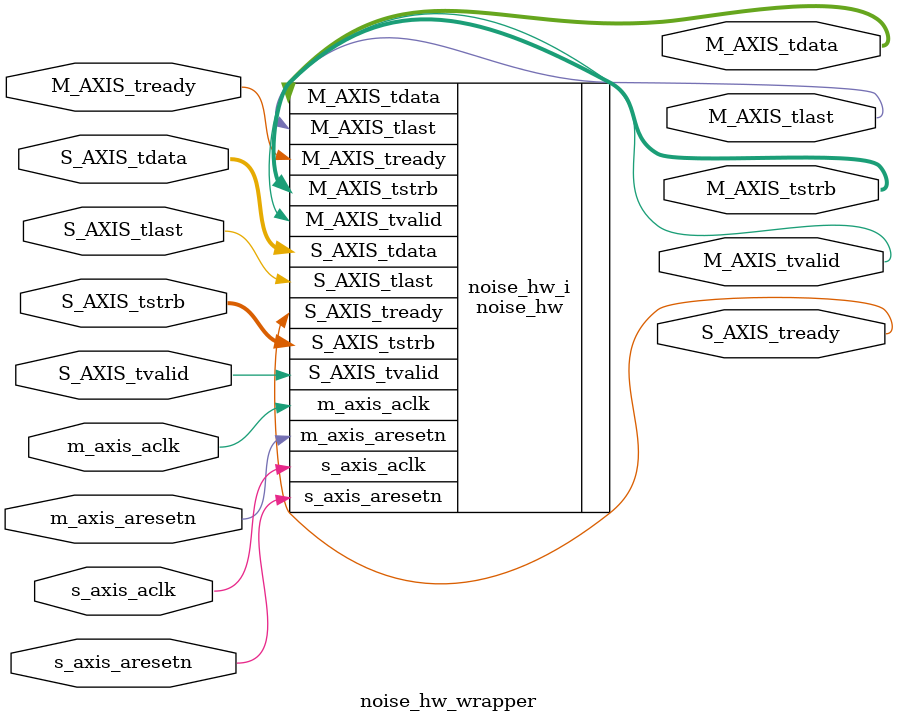
<source format=v>
`timescale 1 ps / 1 ps

module noise_hw_wrapper
   (M_AXIS_tdata,
    M_AXIS_tlast,
    M_AXIS_tready,
    M_AXIS_tstrb,
    M_AXIS_tvalid,
    S_AXIS_tdata,
    S_AXIS_tlast,
    S_AXIS_tready,
    S_AXIS_tstrb,
    S_AXIS_tvalid,
    m_axis_aclk,
    m_axis_aresetn,
    s_axis_aclk,
    s_axis_aresetn);
  output [31:0]M_AXIS_tdata;
  output M_AXIS_tlast;
  input M_AXIS_tready;
  output [3:0]M_AXIS_tstrb;
  output M_AXIS_tvalid;
  input [31:0]S_AXIS_tdata;
  input S_AXIS_tlast;
  output S_AXIS_tready;
  input [3:0]S_AXIS_tstrb;
  input S_AXIS_tvalid;
  input m_axis_aclk;
  input m_axis_aresetn;
  input s_axis_aclk;
  input s_axis_aresetn;

  wire [31:0]M_AXIS_tdata;
  wire M_AXIS_tlast;
  wire M_AXIS_tready;
  wire [3:0]M_AXIS_tstrb;
  wire M_AXIS_tvalid;
  wire [31:0]S_AXIS_tdata;
  wire S_AXIS_tlast;
  wire S_AXIS_tready;
  wire [3:0]S_AXIS_tstrb;
  wire S_AXIS_tvalid;
  wire m_axis_aclk;
  wire m_axis_aresetn;
  wire s_axis_aclk;
  wire s_axis_aresetn;

  noise_hw noise_hw_i
       (.M_AXIS_tdata(M_AXIS_tdata),
        .M_AXIS_tlast(M_AXIS_tlast),
        .M_AXIS_tready(M_AXIS_tready),
        .M_AXIS_tstrb(M_AXIS_tstrb),
        .M_AXIS_tvalid(M_AXIS_tvalid),
        .S_AXIS_tdata(S_AXIS_tdata),
        .S_AXIS_tlast(S_AXIS_tlast),
        .S_AXIS_tready(S_AXIS_tready),
        .S_AXIS_tstrb(S_AXIS_tstrb),
        .S_AXIS_tvalid(S_AXIS_tvalid),
        .m_axis_aclk(m_axis_aclk),
        .m_axis_aresetn(m_axis_aresetn),
        .s_axis_aclk(s_axis_aclk),
        .s_axis_aresetn(s_axis_aresetn));
endmodule

</source>
